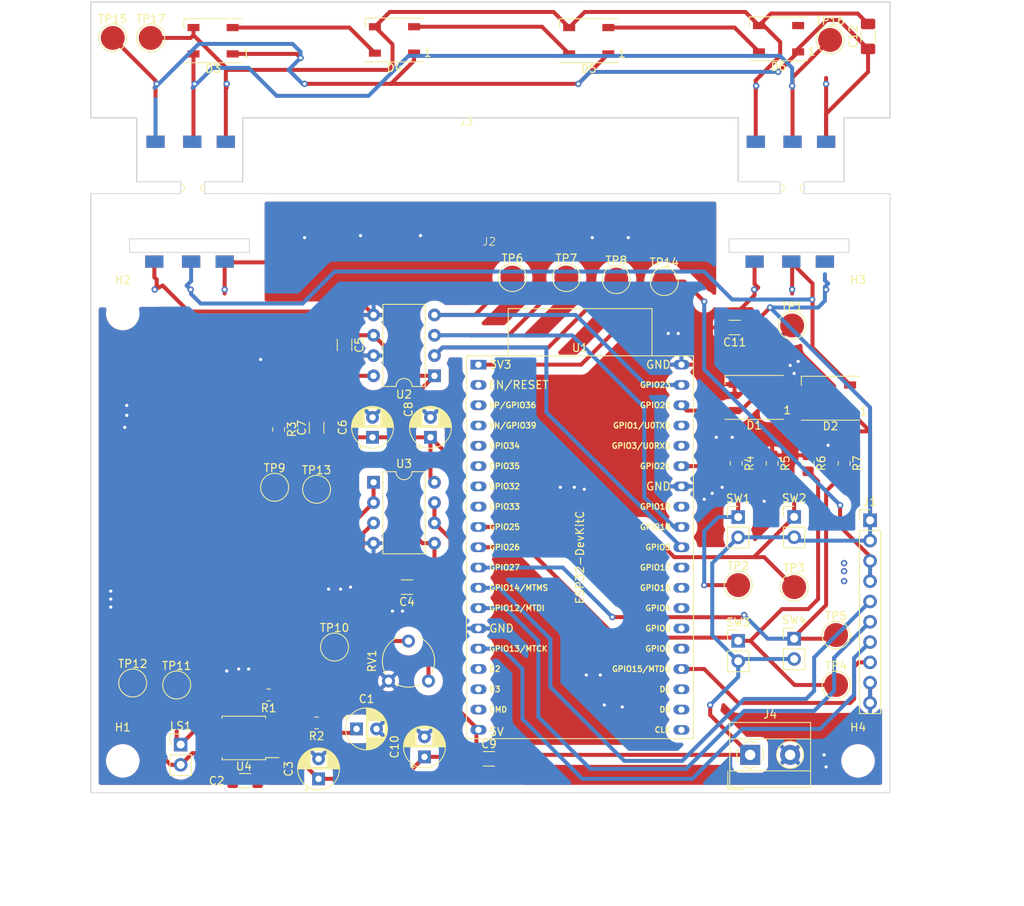
<source format=kicad_pcb>
(kicad_pcb (version 20221018) (generator pcbnew)
  (layers (0 "F.Cu" signal) (31 "B.Cu" signal) (34 "B.Paste" user) (35 "F.Paste" user) (36 "B.SilkS" user "B.Silkscreen") (37 "F.SilkS" user "F.Silkscreen") (38 "B.Mask" user) (39 "F.Mask" user) (44 "Edge.Cuts" user))
  (net 0 "")
  (net 1 "Net-(U4-+IN)")
  (net 2 "GND")
  (net 3 "+5V")
  (net 4 "Net-(U3B-+)")
  (net 5 "Net-(D3-VDD)")
  (net 6 "Net-(D3-VSS)")
  (net 7 "Net-(D1-DOUT)")
  (net 8 "/WS2812")
  (net 9 "Net-(D2-DOUT)")
  (net 10 "Net-(D3-DOUT)")
  (net 11 "Net-(D3-DIN)")
  (net 12 "Net-(D4-DOUT)")
  (net 13 "Net-(D5-DOUT)")
  (net 15 "+3V3")
  (net 16 "Net-(J1-Pin_5)")
  (net 17 "Net-(J1-Pin_6)")
  (net 18 "Net-(J1-Pin_7)")
  (net 19 "Net-(J1-Pin_8)")
  (net 20 "Net-(U4-V01)")
  (net 21 "Net-(U4-V02)")
  (net 22 "Net-(U4--IN)")
  (net 23 "Net-(U3A--)")
  (net 24 "Net-(U2-Vout)")
  (net 25 "Net-(U1-GPIO21)")
  (net 26 "Net-(U1-DAC_1{slash}ADC2_CH8{slash}GPIO25)")
  (net 27 "Net-(U1-DAC_2{slash}ADC2_CH9{slash}GPIO26)")
  (net 28 "Net-(U1-ADC2_CH7{slash}GPIO27)")
  (net 29 "Net-(U3B--)")
  (net 30 "Net-(U3A-+)")
  (net 31 "/SPI_MOSI")
  (net 32 "/SPI_CLK")
  (net 33 "/SPI_CS")
  (net 52 "/SPI_MISO")
  (footprint "Capacitor_THT:CP_Radial_D5.0mm_P2.50mm" (layer "F.Cu") (at 128.5 137.25 90)
    (fp_text reference "C3")
    (fp_text value "1uF")
  )
  (footprint "Capacitor_SMD:C_1206_3216Metric_Pad1.33x1.80mm_HandSolder" (layer "F.Cu") (at 128.25 93.3125 90)
    (fp_text reference "C7")
    (fp_text value "10nF")
  )
  (footprint "Resistor_SMD:R_0805_2012Metric_Pad1.20x1.40mm_HandSolder" (layer "F.Cu") (at 128.25 130.25 180)
    (fp_text reference "R2")
    (fp_text value "10k")
  )
  (footprint "Capacitor_THT:CP_Radial_D5.0mm_P2.50mm" (layer "F.Cu") (at 142.5 94.5 90)
    (fp_text reference "C8")
    (fp_text value "1uF")
  )
  (footprint "TestPoint:TestPoint_Pad_D3.0mm" (layer "F.Cu") (at 181 113)
    (fp_text reference "TP2")
    (fp_text value "SW1")
  )
  (footprint "Capacitor_SMD:C_1206_3216Metric_Pad1.33x1.80mm_HandSolder" (layer "F.Cu") (at 197.25 44.3125 90)
    (fp_text reference "C12")
    (fp_text value "10nF")
  )
  (footprint "LED_SMD:LED_WS2812B_PLCC4_5.0x5.0mm_P3.2mm" (layer "F.Cu") (at 138 44.75 180)
    (fp_text reference "D4")
    (fp_text value "WS2812B")
  )
  (footprint "TestPoint:TestPoint_Pad_D3.0mm" (layer "F.Cu") (at 165.75 74.75)
    (fp_text reference "TP8")
    (fp_text value "CS")
  )
  (footprint "Capacitor_SMD:C_1206_3216Metric_Pad1.33x1.80mm_HandSolder" (layer "F.Cu") (at 139.5625 113.25 180)
    (fp_text reference "C4")
    (fp_text value "10nF")
  )
  (footprint "TestPoint:TestPoint_Pad_D3.0mm" (layer "F.Cu") (at 192.5 44.75)
    (fp_text reference "TP16")
    (fp_text value "WS2812 Data")
  )
  (footprint "TestPoint:TestPoint_Pad_D3.0mm" (layer "F.Cu") (at 187.75 80.5)
    (fp_text reference "TP1")
    (fp_text value "WS812")
  )
  (footprint "Capacitor_THT:CP_Radial_D5.0mm_P2.50mm" (layer "F.Cu") (at 133.25 131)
    (fp_text reference "C1")
    (fp_text value "1uF")
  )
  (footprint "Connector_PinHeader_2.54mm:PinHeader_1x10_P2.54mm_Vertical" (layer "F.Cu") (at 197.5 104.89)
    (fp_text reference "J1")
    (fp_text value "SPI Header")
  )
  (footprint "TestPoint:TestPoint_Pad_D3.0mm" (layer "F.Cu") (at 123 100.75)
    (fp_text reference "TP9")
    (fp_text value "Filter")
  )
  (footprint "TestPoint:TestPoint_Pad_D3.0mm" (layer "F.Cu") (at 193.25 125.5)
    (fp_text reference "TP4")
    (fp_text value "SW3")
  )
  (footprint "Package_DIP:DIP-8_W7.62mm" (layer "F.Cu") (at 135.38 100.13)
    (fp_text reference "U3")
    (fp_text value "LM4562")
  )
  (footprint "Capacitor_SMD:C_1206_3216Metric_Pad1.33x1.80mm_HandSolder" (layer "F.Cu") (at 131.75 82.9375 -90)
    (fp_text reference "C5")
    (fp_text value "10nF")
  )
  (footprint "Connector_PinHeader_2.54mm:PinHeader_1x02_P2.54mm_Vertical" (layer "F.Cu") (at 188 104.46)
    (fp_text reference "SW2")
    (fp_text value "SW_Push")
  )
  (footprint "Resistor_SMD:R_0805_2012Metric_Pad1.20x1.40mm_HandSolder" (layer "F.Cu") (at 123.5 93.5 -90)
    (fp_text reference "R3")
    (fp_text value "820")
  )
  (footprint "Library:BasePCB" (layer "F.Cu") (at 149.85 70.5)
    (fp_text reference "J2")
    (fp_text value "Base_Conn")
    (fp_rect (start -45 0.85) (end -30 -0.85) (stroke (width 0.1)) (fill none) (layer "Edge.Cuts"))
    (fp_rect (start 30 0.85) (end 45 -0.85) (stroke (width 0.1)) (fill none) (layer "Edge.Cuts"))
  )
  (footprint "Library:mouse-bite-1mm-slot" (layer "F.Cu") (at 187.75 63.25)
    (fp_text reference "mouse-bite-1mm-slot" hide)
    (fp_text value "VAL**" hide)
  )
  (footprint "MountingHole:MountingHole_3.2mm_M3" (layer "F.Cu") (at 196 79)
    (fp_text reference "H3")
    (fp_text value "MountingHole")
  )
  (footprint "LED_SMD:LED_WS2812B_PLCC4_5.0x5.0mm_P3.2mm" (layer "F.Cu") (at 183 89.5 180)
    (fp_text reference "D1")
    (fp_text value "WS2812B")
  )
  (footprint "Resistor_SMD:R_0805_2012Metric_Pad1.20x1.40mm_HandSolder" (layer "F.Cu") (at 189.75 97.75 -90)
    (fp_text reference "R6")
    (fp_text value "10k")
  )
  (footprint "Resistor_SMD:R_0805_2012Metric_Pad1.20x1.40mm_HandSolder" (layer "F.Cu") (at 180.75 97.75 -90)
    (fp_text reference "R4")
    (fp_text value "10k")
  )
  (footprint "LED_SMD:LED_WS2812B_PLCC4_5.0x5.0mm_P3.2mm" (layer "F.Cu") (at 186.05 44.6 180)
    (fp_text reference "D6")
    (fp_text value "WS2812B")
  )
  (footprint "TestPoint:TestPoint_Pad_D3.0mm" (layer "F.Cu") (at 128.25 101)
    (fp_text reference "TP13")
    (fp_text value "5V")
  )
  (footprint "LED_SMD:LED_WS2812B_PLCC4_5.0x5.0mm_P3.2mm" (layer "F.Cu") (at 162.3 44.85 180)
    (fp_text reference "D5")
    (fp_text value "WS2812B")
  )
  (footprint "Connector_PinHeader_2.54mm:PinHeader_1x02_P2.54mm_Vertical" (layer "F.Cu") (at 111.25 132.96)
    (fp_text reference "LS1")
    (fp_text value "Speaker")
  )
  (footprint "Connector_PinHeader_2.54mm:PinHeader_1x02_P2.54mm_Vertical" (layer "F.Cu") (at 181 119.975)
    (fp_text reference "SW3")
    (fp_text value "SW_Push")
  )
  (footprint "LED_SMD:LED_WS2812B_PLCC4_5.0x5.0mm_P3.2mm" (layer "F.Cu") (at 115.3 44.85 180)
    (fp_text reference "D3")
    (fp_text value "WS2812B")
  )
  (footprint "MountingHole:MountingHole_3.2mm_M3" (layer "F.Cu") (at 104 135)
    (fp_text reference "H1")
    (fp_text value "MountingHole")
  )
  (footprint "TestPoint:TestPoint_Pad_D3.0mm" (layer "F.Cu") (at 110.75 125.5)
    (fp_text reference "TP11")
    (fp_text value "VO1")
  )
  (footprint "Capacitor_SMD:C_1206_3216Metric_Pad1.33x1.80mm_HandSolder" (layer "F.Cu") (at 119.3125 137.5)
    (fp_text reference "C2")
    (fp_text value "10nF")
  )
  (footprint "TestPoint:TestPoint_Pad_D3.0mm" (layer "F.Cu") (at 130.5 120.75)
    (fp_text reference "TP10")
    (fp_text value "Volume")
  )
  (footprint "TestPoint:TestPoint_Pad_D3.0mm" (layer "F.Cu") (at 159.5 74.5)
    (fp_text reference "TP7")
    (fp_text value "CLK")
  )
  (footprint "TestPoint:TestPoint_Pad_D3.0mm" (layer "F.Cu") (at 171.75 75)
    (fp_text reference "TP14")
    (fp_text value "3V3")
  )
  (footprint "MountingHole:MountingHole_3.2mm_M3" (layer "F.Cu") (at 104 79)
    (fp_text reference "H2")
    (fp_text value "MountingHole")
  )
  (footprint "TestPoint:TestPoint_Pad_D3.0mm" (layer "F.Cu") (at 152.75 74.5)
    (fp_text reference "TP6")
    (fp_text value "MOSI")
  )
  (footprint "Potentiometer_THT:Potentiometer_Piher_PT-6-V_Vertical" (layer "F.Cu") (at 142.25 125 90)
    (fp_text reference "RV1")
    (fp_text value "10k")
  )
  (footprint "TestPoint:TestPoint_Pad_D3.0mm" (layer "F.Cu") (at 102.75 44.5)
    (fp_text reference "TP15")
    (fp_text value "5V")
  )
  (footprint "TestPoint:TestPoint_Pad_D3.0mm" (layer "F.Cu") (at 188 113.25)
    (fp_text reference "TP3")
    (fp_text value "SW2")
  )
  (footprint "Connector_PinHeader_2.54mm:PinHeader_1x02_P2.54mm_Vertical" (layer "F.Cu") (at 188 119.71)
    (fp_text reference "SW4")
    (fp_text value "SW_Push")
  )
  (footprint "MountingHole:MountingHole_3.2mm_M3" (layer "F.Cu") (at 196 135)
    (fp_text reference "H4")
    (fp_text value "MountingHole")
  )
  (footprint "PCM_Espressif:ESP32-DevKitC" (layer "F.Cu") (at 148.5 85.4)
    (fp_text reference "U1")
    (fp_text value "ESP32-DevKitC")
  )
  (footprint "Package_SO:SOIC-8_5.23x5.23mm_P1.27mm" (layer "F.Cu") (at 119.15 132.135 180)
    (fp_text reference "U4")
    (fp_text value "LM4871")
  )
  (footprint "Library:LedPCB" (layer "F.Cu") (at 147 55.45)
    (fp_text reference "J3")
    (fp_text value "LED_Conn")
  )
  (footprint "Library:mouse-bite-1mm-slot" (layer "F.Cu") (at 112.75 63.25)
    (fp_text reference "mouse-bite-1mm-slot" hide)
    (fp_text value "VAL**" hide)
  )
  (footprint "TestPoint:TestPoint_Pad_D3.0mm" (layer "F.Cu") (at 105.25 125.25)
    (fp_text reference "TP12")
    (fp_text value "VO2")
  )
  (footprint "Resistor_SMD:R_0805_2012Metric_Pad1.20x1.40mm_HandSolder" (layer "F.Cu") (at 122.25 126.75 180)
    (fp_text reference "R1")
    (fp_text value "10k")
  )
  (footprint "Connector_PinHeader_2.54mm:PinHeader_1x02_P2.54mm_Vertical" (layer "F.Cu") (at 181 104.475)
    (fp_text reference "SW1")
    (fp_text value "SW_Push")
  )
  (footprint "Package_DIP:DIP-8_W7.62mm" (layer "F.Cu") (at 143 86.8 180)
    (fp_text reference "U2")
    (fp_text value "MCP4801")
  )
  (footprint "Capacitor_SMD:C_1206_3216Metric_Pad1.33x1.80mm_HandSolder" (layer "F.Cu") (at 149.8125 134.75)
    (fp_text reference "C9")
    (fp_text value "10nF")
  )
  (footprint "Resistor_SMD:R_0805_2012Metric_Pad1.20x1.40mm_HandSolder" (layer "F.Cu") (at 185.25 97.75 -90)
    (fp_text reference "R5")
    (fp_text value "10k")
  )
  (footprint "Capacitor_THT:CP_Radial_D5.0mm_P2.50mm" (layer "F.Cu") (at 135.25 94.5 90)
    (fp_text reference "C6")
    (fp_text value "1uF")
  )
  (footprint "TestPoint:TestPoint_Pad_D3.0mm" (layer "F.Cu") (at 193.25 119.25)
    (fp_text reference "TP5")
    (fp_text value "SW4")
  )
  (footprint "TestPoint:TestPoint_Pad_D3.0mm" (layer "F.Cu") (at 107.5 44.5)
    (fp_text reference "TP17")
    (fp_text value "GND")
  )
  (footprint "Resistor_SMD:R_0805_2012Metric_Pad1.20x1.40mm_HandSolder" (layer "F.Cu") (at 194.25 97.75 -90)
    (fp_text reference "R7")
    (fp_text value "10k")
  )
  (footprint "LED_SMD:LED_WS2812B_PLCC4_5.0x5.0mm_P3.2mm" (layer "F.Cu") (at 192.55 89.6 180)
    (fp_text reference "D2")
    (fp_text value "WS2812B")
  )
  (footprint "Capacitor_THT:CP_Radial_D5.0mm_P2.50mm" (layer "F.Cu") (at 141.75 134.5 90)
    (fp_text reference "C10")
    (fp_text value "1uF")
  )
  (footprint "Capacitor_SMD:C_1206_3216Metric_Pad1.33x1.80mm_HandSolder" (layer "F.Cu") (at 180.5625 80.75 180)
    (fp_text reference "C11")
    (fp_text value "10nF")
  )
  (footprint "TerminalBlock_MetzConnect:TerminalBlock_MetzConnect_Type055_RT01502HDWU_1x02_P5.00mm_Horizontal" (layer "F.Cu") (at 182.5 134.25)
    (fp_text reference "J4")
    (fp_text value "Power")
  )
  (gr_line (start 100 64) (end 105.5 64) (stroke (width 0.1)) (layer "Edge.Cuts"))
  (gr_line (start 194.25 62.5) (end 189.25 62.5) (stroke (width 0.1)) (layer "Edge.Cuts"))
  (gr_line (start 100 64) (end 100 139) (stroke (width 0.15)) (layer "Edge.Cuts"))
  (gr_line (start 114.25 62.5) (end 119 62.5) (stroke (width 0.1)) (layer "Edge.Cuts"))
  (gr_line (start 200 40) (end 100 40) (stroke (width 0.15)) (layer "Edge.Cuts"))
  (gr_line (start 105.5 64) (end 111.25 64) (stroke (width 0.1)) (layer "Edge.Cuts"))
  (gr_line (start 119 54.5) (end 181 54.5) (stroke (width 0.15)) (layer "Edge.Cuts"))
  (gr_line (start 189.25 62.5) (end 189.25 64) (stroke (width 0.1)) (layer "Edge.Cuts"))
  (gr_line (start 200 139) (end 100 139) (stroke (width 0.1)) (layer "Edge.Cuts"))
  (gr_line (start 119 62.5) (end 119 54.5) (stroke (width 0.15)) (layer "Edge.Cuts"))
  (gr_line (start 111.25 62.5) (end 105.75 62.5) (stroke (width 0.1)) (layer "Edge.Cuts"))
  (gr_line (start 114.25 62.5) (end 114.25 64) (stroke (width 0.1)) (layer "Edge.Cuts"))
  (gr_line (start 100 54.5) (end 100 40) (stroke (width 0.15)) (layer "Edge.Cuts"))
  (gr_line (start 114.25 64) (end 186.25 64) (stroke (width 0.1)) (layer "Edge.Cuts"))
  (gr_line (start 105.75 62.5) (end 105.75 54.5) (stroke (width 0.15)) (layer "Edge.Cuts"))
  (gr_line (start 181 62.5) (end 181 54.5) (stroke (width 0.15)) (layer "Edge.Cuts"))
  (gr_line (start 105.75 54.5) (end 100 54.5) (stroke (width 0.15)) (layer "Edge.Cuts"))
  (gr_line (start 186.25 62.5) (end 186.25 64) (stroke (width 0.1)) (layer "Edge.Cuts"))
  (gr_line (start 200 54.5) (end 200 40) (stroke (width 0.15)) (layer "Edge.Cuts"))
  (gr_line (start 111.25 62.5) (end 111.25 64) (stroke (width 0.1)) (layer "Edge.Cuts"))
  (gr_line (start 194.25 62.5) (end 194.25 54.5) (stroke (width 0.15)) (layer "Edge.Cuts"))
  (gr_line (start 194.25 54.5) (end 200 54.5) (stroke (width 0.15)) (layer "Edge.Cuts"))
  (gr_line (start 189.25 64) (end 200 64) (stroke (width 0.1)) (layer "Edge.Cuts"))
  (gr_line (start 186.25 62.5) (end 181 62.5) (stroke (width 0.1)) (layer "Edge.Cuts"))
  (gr_line (start 200 64) (end 200 139) (stroke (width 0.1)) (layer "Edge.Cuts"))
  (via (at 194.25 112.5) (size 0.8) (drill 0.4) (layers "F.Cu" "B.Cu") (net 0))
  (via (at 194.25 110.25) (size 0.8) (drill 0.4) (layers "F.Cu" "B.Cu") (net 0))
  (via (at 194.25 111.25) (size 0.8) (drill 0.4) (layers "F.Cu" "B.Cu") (net 0))
  (segment (start 122.75 131.5) (end 122.75 132.77) (width 0.5) (layer "F.Cu") (net 1))
  (segment (start 132.75 131.5) (end 133.25 131) (width 0.5) (layer "F.Cu") (net 1))
  (segment (start 122.75 131.5) (end 132.75 131.5) (width 0.5) (layer "F.Cu") (net 1))
  (segment (start 197.5 125.21) (end 197.5 127.75) (width 0.5) (layer "F.Cu") (net 2))
  (segment (start 183 76.25) (end 183 76) (width 0.5) (layer "F.Cu") (net 2))
  (segment (start 128.8 72.6) (end 135.38 79.18) (width 0.5) (layer "F.Cu") (net 2))
  (segment (start 183.05 75.3) (end 183.05 72.6) (width 0.5) (layer "F.Cu") (net 2))
  (segment (start 183.25 76) (end 183.5 75.75) (width 0.5) (layer "F.Cu") (net 2))
  (segment (start 183.05 76.7) (end 183.05 76.2) (width 0.5) (layer "F.Cu") (net 2))
  (segment (start 183 76) (end 183.25 76) (width 0.5) (layer "F.Cu") (net 2))
  (segment (start 116.75 72.6) (end 128.8 72.6) (width 0.5) (layer "F.Cu") (net 2))
  (segment (start 179 80.75) (end 183.05 76.7) (width 0.5) (layer "F.Cu") (net 2))
  (segment (start 116.75 76.5) (end 116.75 76) (width 0.5) (layer "F.Cu") (net 2))
  (segment (start 183.05 76.2) (end 183 76.25) (width 0.5) (layer "F.Cu") (net 2))
  (segment (start 116.75 76) (end 116.75 72.6) (width 0.5) (layer "F.Cu") (net 2))
  (segment (start 183.5 75.75) (end 183.05 75.3) (width 0.5) (layer "F.Cu") (net 2))
  (via (at 137.75 116.25) (size 0.8) (drill 0.4) (layers "F.Cu" "B.Cu") (net 2))
  (via (at 188 86.5) (size 0.8) (drill 0.4) (layers "F.Cu" "B.Cu") (net 2))
  (via (at 139 116.25) (size 0.8) (drill 0.4) (layers "F.Cu" "B.Cu") (net 2))
  (via (at 184.25 102.5) (size 0.8) (drill 0.4) (layers "F.Cu" "B.Cu") (net 2))
  (via (at 133.75 69.25) (size 0.8) (drill 0.4) (layers "F.Cu" "B.Cu") (net 2))
  (via (at 141.25 69.25) (size 0.8) (drill 0.4) (layers "F.Cu" "B.Cu") (net 2))
  (via (at 183 76) (size 0.8) (drill 0.4) (layers "F.Cu" "B.Cu") (net 2))
  (via (at 173.5 81.5) (size 0.8) (drill 0.4) (layers "F.Cu" "B.Cu") (net 2))
  (via (at 188.5 85) (size 0.8) (drill 0.4) (layers "F.Cu" "B.Cu") (net 2))
  (via (at 167.25 69.5) (size 0.8) (drill 0.4) (layers "F.Cu" "B.Cu") (net 2))
  (via (at 116.75 76) (size 0.8) (drill 0.4) (layers "F.Cu" "B.Cu") (net 2))
  (via (at 102.5 115.75) (size 0.8) (drill 0.4) (layers "F.Cu" "B.Cu") (net 2))
  (via (at 179 100.75) (size 0.8) (drill 0.4) (layers "F.Cu" "B.Cu") (net 2))
  (via (at 163.75 124.25) (size 0.8) (drill 0.4) (layers "F.Cu" "B.Cu") (net 2))
  (via (at 104.5 91.75) (size 0.8) (drill 0.4) (layers "F.Cu" "B.Cu") (net 2))
  (via (at 164.25 128) (size 0.8) (drill 0.4) (layers "F.Cu" "B.Cu") (net 2))
  (via (at 131.25 113.5) (size 0.8) (drill 0.4) (layers "F.Cu" "B.Cu") (net 2))
  (via (at 166.5 128.25) (size 0.8) (drill 0.4) (layers "F.Cu" "B.Cu") (net 2))
  (via (at 102.5 113.75) (size 0.8) (drill 0.4) (layers "F.Cu" "B.Cu") (net 2))
  (via (at 102.5 114.75) (size 0.8) (drill 0.4) (layers "F.Cu" "B.Cu") (net 2))
  (via (at 162.75 69.5) (size 0.8) (drill 0.4) (layers "F.Cu" "B.Cu") (net 2))
  (via (at 192 135.75) (size 0.8) (drill 0.4) (layers "F.Cu" "B.Cu") (net 2))
  (via (at 132.5 113.25) (size 0.8) (drill 0.4) (layers "F.Cu" "B.Cu") (net 2))
  (via (at 176.75 102.25) (size 0.8) (drill 0.4) (layers "F.Cu" "B.Cu") (net 2))
  (via (at 126.75 69.5) (size 0.8) (drill 0.4) (layers "F.Cu" "B.Cu") (net 2))
  (via (at 104.25 93.25) (size 0.8) (drill 0.4) (layers "F.Cu" "B.Cu") (net 2))
  (via (at 118.5 123.5) (size 0.8) (drill 0.4) (layers "F.Cu" "B.Cu") (net 2))
  (via (at 178.25 94.5) (size 0.8) (drill 0.4) (layers "F.Cu" "B.Cu") (net 2))
  (via (at 172.25 81.5) (size 0.8) (drill 0.4) (layers "F.Cu" "B.Cu") (net 2))
  (via (at 177.75 101.5) (size 0.8) (drill 0.4) (layers "F.Cu" "B.Cu") (net 2))
  (via (at 162 124.25) (size 0.8) (drill 0.4) (layers "F.Cu" "B.Cu") (net 2))
  (via (at 129.75 113.5) (size 0.8) (drill 0.4) (layers "F.Cu" "B.Cu") (net 2))
  (via (at 121.25 84.75) (size 0.8) (drill 0.4) (layers "F.Cu" "B.Cu") (net 2))
  (via (at 161.75 101) (size 0.8) (drill 0.4) (layers "F.Cu" "B.Cu") (net 2))
  (via (at 187.5 85.5) (size 0.8) (drill 0.4) (layers "F.Cu" "B.Cu") (net 2))
  (via (at 191.75 134.25) (size 0.8) (drill 0.4) (layers "F.Cu" "B.Cu") (net 2))
  (via (at 180.25 94.5) (size 0.8) (drill 0.4) (layers "F.Cu" "B.Cu") (net 2))
  (via (at 104.5 90.5) (size 0.8) (drill 0.4) (layers "F.Cu" "B.Cu") (net 2))
  (via (at 119.75 123.5) (size 0.8) (drill 0.4) (layers "F.Cu" "B.Cu") (net 2))
  (via (at 192.25 95.5) (size 0.8) (drill 0.4) (layers "F.Cu" "B.Cu") (net 2))
  (via (at 160.5 100.75) (size 0.8) (drill 0.4) (layers "F.Cu" "B.Cu") (net 2))
  (via (at 158.75 100.75) (size 0.8) (drill 0.4) (layers "F.Cu" "B.Cu") (net 2))
  (via (at 117 123.75) (size 0.8) (drill 0.4) (layers "F.Cu" "B.Cu") (net 2))
  (segment (start 146 128.62) (end 148.5 131.12) (width 0.5) (layer "F.Cu") (net 3))
  (segment (start 143 86.8) (end 140.46 86.8) (width 0.5) (layer "F.Cu") (net 3))
  (segment (start 108.25 74.75) (end 107.95 74.45) (width 0.5) (layer "F.Cu") (net 3))
  (segment (start 119 136.25) (end 117.75 137.5) (width 0.5) (layer "F.Cu") (net 3))
  (segment (start 150.75 137.25) (end 148.25 134.75) (width 0.5) (layer "F.Cu") (net 3))
  (segment (start 139.25 94.5) (end 139.25 90.55) (width 0.5) (layer "F.Cu") (net 3))
  (segment (start 188.05 93.75) (end 197.5 93.75) (width 0.5) (layer "F.Cu") (net 3))
  (segment (start 128.625 94.5) (end 135.25 94.5) (width 0.5) (layer "F.Cu") (net 3))
  (segment (start 142.5 99.63) (end 143 100.13) (width 0.5) (layer "F.Cu") (net 3))
  (segment (start 139.25 90.55) (end 143 86.8) (width 0.5) (layer "F.Cu") (net 3))
  (segment (start 148 134.5) (end 148.25 134.75) (width 0.5) (layer "F.Cu") (net 3))
  (segment (start 140.46 86.8) (end 135.38 81.72) (width 0.5) (layer "F.Cu") (net 3))
  (segment (start 148.25 131.37) (end 148.5 131.12) (width 0.5) (layer "F.Cu") (net 3))
  (segment (start 127 135.75) (end 128.5 137.25) (width 0.5) (layer "F.Cu") (net 3))
  (segment (start 182.5 134.25) (end 155.5 134.25) (width 0.5) (layer "F.Cu") (net 3))
  (segment (start 129.125 78.75) (end 112.25 78.75) (width 0.5) (layer "F.Cu") (net 3))
  (segment (start 115.55 131.5) (end 118 131.5) (width 0.5) (layer "F.Cu") (net 3))
  (segment (start 146 98) (end 146 128.62) (width 0.5) (layer "F.Cu") (net 3))
  (segment (start 139.25 94.5) (end 142.5 94.5) (width 0.5) (layer "F.Cu") (net 3))
  (segment (start 185.45 91.15) (end 188.05 93.75) (width 0.5) (layer "F.Cu") (net 3))
  (segment (start 132.095 81.72) (end 131.75 81.375) (width 0.5) (layer "F.Cu") (net 3))
  (segment (start 108 76) (end 108.25 75.5) (width 0.5) (layer "F.Cu") (net 3))
  (segment (start 197.5 104.89) (end 197.5 93.75) (width 0.5) (layer "F.Cu") (net 3))
  (segment (start 177.5 129.25) (end 177.5 128) (width 0.5) (layer "F.Cu") (net 3))
  (segment (start 185 78.25) (end 184.875 78.375) (width 0.5) (layer "F.Cu") (net 3))
  (segment (start 139 137.25) (end 141.75 134.5) (width 0.5) (layer "F.Cu") (net 3))
  (segment (start 107.95 74.45) (end 107.95 72.6) (width 0.5) (layer "F.Cu") (net 3))
  (segment (start 155.5 134.25) (end 152.5 137.25) (width 0.5) (layer "F.Cu") (net 3))
  (segment (start 182.5 80.75) (end 185 78.25) (width 0.5) (layer "F.Cu") (net 3))
  (segment (start 128.25 94.875) (end 128.625 94.5) (width 0.5) (layer "F.Cu") (net 3))
  (segment (start 152.5 137.25) (end 150.75 137.25) (width 0.5) (layer "F.Cu") (net 3))
  (segment (start 118 131.5) (end 119 132.5) (width 0.5) (layer "F.Cu") (net 3))
  (segment (start 119 135.75) (end 119 136.25) (width 0.5) (layer "F.Cu") (net 3))
  (segment (start 142.5 94.5) (end 146 98) (width 0.5) (layer "F.Cu") (net 3))
  (segment (start 148.25 134.75) (end 148.25 131.37) (width 0.5) (layer "F.Cu") (net 3))
  (segment (start 119 132.5) (end 119 135.75) (width 0.5) (layer "F.Cu") (net 3))
  (segment (start 119 135.75) (end 127 135.75) (width 0.5) (layer "F.Cu") (net 3))
  (segment (start 197.5 93.75) (end 195 91.25) (width 0.5) (layer "F.Cu") (net 3))
  (segment (start 128.5 137.25) (end 139 137.25) (width 0.5) (layer "F.Cu") (net 3))
  (segment (start 135.38 81.72) (end 132.095 81.72) (width 0.5) (layer "F.Cu") (net 3))
  (segment (start 142.5 94.5) (end 142.5 99.63) (width 0.5) (layer "F.Cu") (net 3))
  (segment (start 182.125 80.75) (end 182.5 80.75) (width 0.5) (layer "F.Cu") (net 3))
  (segment (start 182.5 134.25) (end 177.5 129.25) (width 0.5) (layer "F.Cu") (net 3))
  (segment (start 135.25 94.5) (end 139.25 94.5) (width 0.5) (layer "F.Cu") (net 3))
  (segment (start 112.25 78.75) (end 109 75.5) (width 0.5) (layer "F.Cu") (net 3))
  (segment (start 141.75 134.5) (end 148 134.5) (width 0.5) (layer "F.Cu") (net 3))
  (segment (start 109 75.5) (end 108 76) (width 0.5) (layer "F.Cu") (net 3))
  (segment (start 128.25 101) (end 128.25 94.875) (width 0.5) (layer "F.Cu") (net 3))
  (segment (start 131.75 81.375) (end 129.125 78.75) (width 0.5) (layer "F.Cu") (net 3))
  (segment (start 108.25 75.5) (end 108.25 74.75) (width 0.5) (layer "F.Cu") (net 3))
  (via (at 192 76) (size 0.8) (drill 0.4) (layers "F.Cu" "B.Cu") (net 3))
  (via (at 177.5 128) (size 0.8) (drill 0.4) (layers "F.Cu" "B.Cu") (net 3))
  (via (at 185 78.25) (size 0.8) (drill 0.4) (layers "F.Cu" "B.Cu") (net 3))
  (via (at 108 76) (size 0.8) (drill 0.4) (layers "F.Cu" "B.Cu") (net 3))
  (segment (start 187.985 107.015) (end 188 107) (width 0.5) (layer "B.Cu") (net 3))
  (segment (start 197.5 107.43) (end 197.5 104.89) (width 0.5) (layer "B.Cu") (net 3))
  (segment (start 181 107.015) (end 187.985 107.015) (width 0.5) (layer "B.Cu") (net 3))
  (segment (start 177.75 110.265) (end 181 107.015) (width 0.5) (layer "B.Cu") (net 3))
  (segment (start 191 78.25) (end 191.85 77.4) (width 0.5) (layer "B.Cu") (net 3))
  (segment (start 177.75 119.265) (end 177.75 110.265) (width 0.5) (layer "B.Cu") (net 3))
  (segment (start 191.85 74.85) (end 191.85 74.077819) (width 0.5) (layer "B.Cu") (net 3))
  (segment (start 185 78.25) (end 191 78.25) (width 0.5) (layer "B.Cu") (net 3))
  (segment (start 192 76) (end 191.85 75.85) (width 0.5) (layer "B.Cu") (net 3))
  (segment (start 181.265 122.25) (end 181 122.515) (width 0.5) (layer "B.Cu") (net 3))
  (segment (start 192.25 75.25) (end 191.85 74.85) (width 0.5) (layer "B.Cu") (net 3))
  (segment (start 197.5 107.43) (end 188.43 107.43) (width 0.5) (layer "B.Cu") (net 3))
  (segment (start 185 78.25) (end 197.5 90.75) (width 0.5) (layer "B.Cu") (net 3))
  (segment (start 177.5 128) (end 181 124.5) (width 0.5) (layer "B.Cu") (net 3))
  (segment (start 191.85 77.4) (end 191.85 76.15) (width 0.5) (layer "B.Cu") (net 3))
  (segment (start 181 124.5) (end 181 122.515) (width 0.5) (layer "B.Cu") (net 3))
  (segment (start 197.5 90.75) (end 197.5 104.89) (width 0.5) (layer "B.Cu") (net 3))
  (segment (start 191.85 76.15) (end 192 76) (width 0.5) (layer "B.Cu") (net 3))
  (segment (start 191.85 75.65) (end 192.25 75.25) (width 0.5) (layer "B.Cu") (net 3))
  (segment (start 188 122.25) (end 181.265 122.25) (width 0.5) (layer "B.Cu") (net 3))
  (segment (start 188.43 107.43) (end 188 107) (width 0.5) (layer "B.Cu") (net 3))
  (segment (start 191.85 75.85) (end 191.85 75.65) (width 0.5) (layer "B.Cu") (net 3))
  (segment (start 181 122.515) (end 177.75 119.265) (width 0.5) (layer "B.Cu") (net 3))
  (segment (start 141.125 113.25) (end 143 111.375) (width 0.5) (layer "F.Cu") (net 4))
  (segment (start 123 95) (end 123 100.75) (width 0.5) (layer "F.Cu") (net 4))
  (segment (start 139.75 99) (end 139.75 106) (width 0.5) (layer "F.Cu") (net 4))
  (segment (start 132.5 98.5) (end 133.75 97.25) (width 0.5) (layer "F.Cu") (net 4))
  (segment (start 126.75 104.5) (end 130.25 104.5) (width 0.5) (layer "F.Cu") (net 4))
  (segment (start 143 111.375) (end 143 107.75) (width 0.5) (layer "F.Cu") (net 4))
  (segment (start 141.5 107.75) (end 143 107.75) (width 0.5) (layer "F.Cu") (net 4))
  (segment (start 132.5 102.25) (end 132.5 98.5) (width 0.5) (layer "F.Cu") (net 4))
  (segment (start 139.75 106) (end 141.5 107.75) (width 0.5) (layer "F.Cu") (net 4))
  (segment (start 123.5 94.5) (end 123 95) (width 0.5) (layer "F.Cu") (net 4))
  (segment (start 133.75 97.25) (end 138 97.25) (width 0.5) (layer "F.Cu") (net 4))
  (segment (start 138 97.25) (end 139.75 99) (width 0.5) (layer "F.Cu") (net 4))
  (segment (start 130.25 104.5) (end 132.5 102.25) (width 0.5) (layer "F.Cu") (net 4))
  (segment (start 123 100.75) (end 126.75 104.5) (width 0.5) (layer "F.Cu") (net 4))
  (segment (start 192.100862 42.25) (end 188.5 45.850862) (width 0.5) (layer "F.Cu") (net 5))
  (segment (start 188.5 46.25) (end 186 48.75) (width 0.5) (layer "F.Cu") (net 5))
  (segment (start 126.25 47) (end 125.75 46.5) (width 0.5) (layer "F.Cu") (net 5))
  (segment (start 164.75 46.5) (end 161 50.25) (width 0.5) (layer "F.Cu") (net 5))
  (segment (start 108.1 57.5) (end 108.1 50.85) (width 0.5) (layer "F.Cu") (net 5))
  (segment (start 108.1 50.1) (end 108.1 49.85) (width 0.5) (layer "F.Cu") (net 5))
  (segment (start 125.75 46.5) (end 117.75 46.5) (width 0.5) (layer "F.Cu") (net 5))
  (segment (start 197.25 45.875) (end 197.25 48.75) (width 0.5) (layer "F.Cu") (net 5))
  (segment (start 197.25 45.875) (end 193.625 42.25) (width 0.5) (layer "F.Cu") (net 5))
  (segment (start 108.25 50.25) (end 108.1 50.1) (width 0.5) (layer "F.Cu") (net 5))
  (segment (start 108.1 50.85) (end 108 50.75) (width 0.5) (layer "F.Cu") (net 5))
  (segment (start 188.5 45.850862) (end 188.5 46.25) (width 0.5) (layer "F.Cu") (net 5))
  (segment (start 197.25 48.75) (end 192 54) (width 0.5) (layer "F.Cu") (net 5))
  (segment (start 137.55 50.25) (end 140.45 47.35) (width 0.5) (layer "F.Cu") (net 5))
  (segment (start 108 50.75) (end 108.1 50.65) (width 0.5) (layer "F.Cu") (net 5))
  (segment (start 126.75 50.25) (end 137.55 50.25) (width 0.5) (layer "F.Cu") (net 5))
  (segment (start 161 50.25) (end 137.55 50.25) (width 0.5) (layer "F.Cu") (net 5))
  (segment (start 140.45 47.35) (end 140.45 46.4) (width 0.5) (layer "F.Cu") (net 5))
  (segment (start 108.1 49.85) (end 102.75 44.5) (width 0.5) (layer "F.Cu") (net 5))
  (segment (start 108.1 50.65) (end 108.1 50.4) (width 0.5) (layer "F.Cu") (net 5))
  (segment (start 192 50.25) (end 192 57.5) (width 0.5) (layer "F.Cu") (net 5))
  (segment (start 192 54) (end 192 57.5) (width 0.5) (layer "F.Cu") (net 5))
  (segment (start 192 49.5) (end 192 50.25) (width 0.5) (layer "F.Cu") (net 5))
  (segment (start 108.1 50.4) (end 108.25 50.25) (width 0.5) (layer "F.Cu") (net 5))
  (segment (start 193.625 42.25) (end 192.100862 42.25) (width 0.5) (layer "F.Cu") (net 5))
  (via (at 126.25 47) (size 0.8) (drill 0.4) (layers "F.Cu" "B.Cu") (net 5))
  (via (at 126.75 50.25) (size 0.8) (drill 0.4) (layers "F.Cu" "B.Cu") (net 5))
  (via (at 108.25 50.25) (size 0.8) (drill 0.4) (layers "F.Cu" "B.Cu") (net 5))
  (via (at 161 50.25) (size 0.8) (drill 0.4) (layers "F.Cu" "B.Cu") (net 5))
  (via (at 186 48.75) (size 0.8) (drill 0.4) (layers "F.Cu" "B.Cu") (net 5))
  (via (at 192 50.25) (size 0.8) (drill 0.4) (layers "F.Cu" "B.Cu") (net 5))
  (segment (start 186 48.75) (end 162.5 48.75) (width 0.5) (layer "B.Cu") (net 5))
  (segment (start 113.5 45.25) (end 125.25 45.25) (width 0.5) (layer "B.Cu") (net 5))
  (segment (start 125.25 45.25) (end 126.25 46.25) (width 0.5) (layer "B.Cu") (net 5))
  (segment (start 162.5 48.75) (end 161 50.25) (width 0.5) (layer "B.Cu") (net 5))
  (segment (start 126.5 50.25) (end 126.75 50.25) (width 0.5) (layer "B.Cu") (net 5))
  (segment (start 124.75 48.5) (end 126.5 50.25) (width 0.5) (layer "B.Cu") (net 5))
  (segment (start 124.75 48.5) (end 126.25 47) (width 0.5) (layer "B.Cu") (net 5))
  (segment (start 108.1 57.5) (end 108.1 52.15) (width 0.5) (layer "B.Cu") (net 5))
  (segment (start 108 50.75) (end 113.5 45.25) (width 0.5) (layer "B.Cu") (net 5))
  (segment (start 126.25 46.25) (end 126.25 47) (width 0.5) (layer "B.Cu") (net 5))
  (segment (start 112.5 44.5) (end 112.85 44.15) (width 0.5) (layer "F.Cu") (net 6))
  (segment (start 137.4 41.25) (end 157.9 41.25) (width 0.5) (layer "F.Cu") (net 6))
  (segment (start 184.2 42.95) (end 183.6 42.95) (width 0.5) (layer "F.Cu") (net 6))
  (segment (start 183.2 50.55) (end 183.25 50.5) (width 0.5) (layer "F.Cu") (net 6))
  (segment (start 137.25 48.5) (end 116.9 48.5) (width 0.5) (layer "F.Cu") (net 6))
  (segment (start 135.55 43.1) (end 137.75 45.3) (width 0.5) (layer "F.Cu") (net 6))
  (segment (start 183.2 50.8) (end 183.25 50.75) (width 0.5) (layer "F.Cu") (net 6))
  (segment (start 183.2 57.5) (end 183.2 50.8) (width 0.5) (layer "F.Cu") (net 6))
  (segment (start 117 50.75) (end 116.9 50.65) (width 0.5) (layer "F.Cu") (net 6))
  (segment (start 186.25 45) (end 184.2 42.95) (width 0.5) (layer "F.Cu") (net 6))
  (segment (start 186.25 46.75) (end 186.25 45) (width 0.5) (layer "F.Cu") (net 6))
  (segment (start 195.95 41.45) (end 185.1 41.45) (width 0.5) (layer "F.Cu") (net 6))
  (segment (start 112.85 44.15) (end 112.85 43.2) (width 0.5) (layer "F.Cu") (net 6))
  (segment (start 116.9 48.2) (end 112.85 44.15) (width 0.5) (layer "F.Cu") (net 6))
  (segment (start 137.75 48) (end 137.25 48.5) (width 0.5) (layer "F.Cu") (net 6))
  (segment (start 157.9 41.25) (end 159.85 43.2) (width 0.5) (layer "F.Cu") (net 6))
  (segment (start 159.85 43.2) (end 161.8 41.25) (width 0.5) (layer "F.Cu") (net 6))
  (segment (start 117 50.25) (end 116.9 50.15) (width 0.5) (layer "F.Cu") (net 6))
  (segment (start 183.2 50.45) (end 183.2 49.8) (width 0.5) (layer "F.Cu") (net 6))
  (segment (start 183.25 50.5) (end 183.2 50.45) (width 0.5) (layer "F.Cu") (net 6))
  (segment (start 107.5 44.5) (end 112.5 44.5) (width 0.5) (layer "F.Cu") (net 6))
  (segment (start 137.75 45.3) (end 137.75 48) (width 0.5) (layer "F.Cu") (net 6))
  (segment (start 181.9 41.25) (end 183.6 42.95) (width 0.5) (layer "F.Cu") (net 6))
  (segment (start 135.55 43.1) (end 137.4 41.25) (width 0.5) (layer "F.Cu") (net 6))
  (segment (start 183.2 50.7) (end 183.2 50.55) (width 0.5) (layer "F.Cu") (net 6))
  (segment (start 116.9 50.65) (end 116.9 50.35) (width 0.5) (layer "F.Cu") (net 6))
  (segment (start 116.9 57.5) (end 116.9 50.85) (width 0.5) (layer "F.Cu") (net 6))
  (segment (start 116.9 50.85) (end 117 50.75) (width 0.5) (layer "F.Cu") (net 6))
  (segment (start 183.25 50.75) (end 183.2 50.7) (width 0.5) (layer "F.Cu") (net 6))
  (segment (start 116.9 50.15) (end 116.9 48.5) (width 0.5) (layer "F.Cu") (net 6))
  (segment (start 116.9 50.35) (end 117 50.25) (width 0.5) (layer "F.Cu") (net 6))
  (segment (start 183.2 49.8) (end 186.25 46.75) (width 0.5) (layer "F.Cu") (net 6))
  (segment (start 185.1 41.45) (end 183.6 42.95) (width 0.5) (layer "F.Cu") (net 6))
  (segment (start 197.25 42.75) (end 195.95 41.45) (width 0.5) (layer "F.Cu") (net 6))
  (segment (start 161.8 41.25) (end 181.9 41.25) (width 0.5) (layer "F.Cu") (net 6))
  (segment (start 116.9 48.5) (end 116.9 48.2) (width 0.5) (layer "F.Cu") (net 6))
  (via (at 183.25 50.5) (size 0.8) (drill 0.4) (layers "F.Cu" "B.Cu") (net 6))
  (via (at 117 50.25) (size 0.8) (drill 0.4) (layers "F.Cu" "B.Cu") (net 6))
  (segment (start 185.45 87.85) (end 186.7 87.85) (width 0.5) (layer "F.Cu") (net 7))
  (segment (start 186.7 87.85) (end 190.1 91.25) (width 0.5) (layer "F.Cu") (net 7))
  (segment (start 183 89.5) (end 181.35 91.15) (width 0.5) (layer "F.Cu") (net 8))
  (segment (start 187.75 80.5) (end 183 85.25) (width 0.5) (layer "F.Cu") (net 8))
  (segment (start 181.35 91.15) (end 180.55 91.15) (width 0.5) (layer "F.Cu") (net 8))
  (segment (start 174.57 91.15) (end 173.9 90.48) (width 0.5) (layer "F.Cu") (net 8))
  (segment (start 180.55 91.15) (end 174.57 91.15) (width 0.5) (layer "F.Cu") (net 8))
  (segment (start 183 85.25) (end 183 89.5) (width 0.5) (layer "F.Cu") (net 8))
  (segment (start 187.75 76.5) (end 187.75 76) (width 0.5) (layer "F.Cu") (net 9))
  (segment (start 190.299999 83.249999) (end 190.299999 77.299999) (width 0.5) (layer "F.Cu") (net 9))
  (segment (start 190.299999 77.200001) (end 190.25 77.25) (width 0.5) (layer "F.Cu") (net 9))
  (segment (start 190.299999 77.299999) (end 190.25 77.25) (width 0.5) (layer "F.Cu") (net 9))
  (segment (start 187.75 76) (end 187.75 72.6) (width 0.5) (layer "F.Cu") (net 9))
  (segment (start 190.299999 75.249999) (end 190.299999 77.200001) (width 0.5) (layer "F.Cu") (net 9))
  (segment (start 187.75 72.6) (end 187.65 72.6) (width 0.5) (layer "F.Cu") (net 9))
  (segment (start 187.65 72.6) (end 190.299999 75.249999) (width 0.5) (layer "F.Cu") (net 9))
  (segment (start 195 87.95) (end 190.299999 83.249999) (width 0.5) (layer "F.Cu") (net 9))
  (via (at 190.25 77.25) (size 0.8) (drill 0.4) (layers "F.Cu" "B.Cu") (net 9))
  (via (at 187.75 76) (size 0.8) (drill 0.4) (layers "F.Cu" "B.Cu") (net 9))
  (via (at 112.5 76) (size 0.8) (drill 0.4) (layers "F.Cu" "B.Cu") (net 9))
  (segment (start 112.5 76) (end 112 75.5) (width 0.5) (layer "B.Cu") (net 9))
  (segment (start 112.55 76.55) (end 112.55 76.05) (width 0.5) (layer "B.Cu") (net 9))
  (segment (start 176.75 73.75) (end 130.5 73.75) (width 0.5) (layer "B.Cu") (net 9))
  (segment (start 112.55 74.95) (end 112.55 72.6) (width 0.5) (layer "B.Cu") (net 9))
  (segment (start 113.75 77.75) (end 112.55 76.55) (width 0.5) (layer "B.Cu") (net 9))
  (segment (start 126.5 77.75) (end 113.75 77.75) (width 0.5) (layer "B.Cu") (net 9))
  (segment (start 130.5 73.75) (end 126.5 77.75) (width 0.5) (layer "B.Cu") (net 9))
  (segment (start 180.25 77.25) (end 176.75 73.75) (width 0.5) (layer "B.Cu") (net 9))
  (segment (start 112.55 76.05) (end 112.5 76) (width 0.5) (layer "B.Cu") (net 9))
  (segment (start 190.25 77.25) (end 180.25 77.25) (width 0.5) (layer "B.Cu") (net 9))
  (segment (start 112 75.5) (end 112.55 74.95) (width 0.5) (layer "B.Cu") (net 9))
  (segment (start 132.35 43.2) (end 135.55 46.4) (width 0.5) (layer "F.Cu") (net 10))
  (segment (start 117.75 43.2) (end 132.35 43.2) (width 0.5) (layer "F.Cu") (net 10))
  (segment (start 187.75 50.75) (end 187.8 50.8) (width 0.5) (layer "F.Cu") (net 11))
  (segment (start 112.85 57.35) (end 112.85 50.85) (width 0.5) (layer "F.Cu") (net 11))
  (segment (start 112.85 50.85) (end 112.75 50.75) (width 0.5) (layer "F.Cu") (net 11))
  (segment (start 187.8 50.7) (end 187.75 50.75) (width 0.5) (layer "F.Cu") (net 11))
  (segment (start 112.85 50.65) (end 112.85 50.4) (width 0.5) (layer "F.Cu") (net 11))
  (segment (start 187.8 49.45) (end 187.8 50.7) (width 0.5) (layer "F.Cu") (net 11))
  (segment (start 113 50.25) (end 112.85 50.1) (width 0.5) (layer "F.Cu") (net 11))
  (segment (start 112.75 50.75) (end 112.85 50.65) (width 0.5) (layer "F.Cu") (net 11))
  (segment (start 187.8 50.8) (end 187.8 57.5) (width 0.5) (layer "F.Cu") (net 11))
  (segment (start 112.85 50.1) (end 112.85 46.5) (width 0.5) (layer "F.Cu") (net 11))
  (segment (start 112.85 50.4) (end 113 50.25) (width 0.5) (layer "F.Cu") (net 11))
  (segment (start 112.7 57.5) (end 112.85 57.35) (width 0.5) (layer "F.Cu") (net 11))
  (segment (start 192.5 44.75) (end 187.8 49.45) (width 0.5) (layer "F.Cu") (net 11))
  (via (at 187.75 50.5) (size 0.8) (drill 0.4) (layers "F.Cu" "B.Cu") (net 11))
  (via (at 113 50.25) (size 0.8) (drill 0.4) (layers "F.Cu" "B.Cu") (net 11))
  (segment (start 119.75 48.25) (end 115.25 48.25) (width 0.5) (layer "B.Cu") (net 11))
  (segment (start 123.25 51.75) (end 119.75 48.25) (width 0.5) (layer "B.Cu") (net 11))
  (segment (start 115.25 48.25) (end 112.75 50.75) (width 0.5) (layer "B.Cu") (net 11))
  (segment (start 186.25 46.75) (end 139.75 46.75) (width 0.5) (layer "B.Cu") (net 11))
  (segment (start 187.75 50.75) (end 187.75 50.5) (width 0.5) (layer "B.Cu") (net 11))
  (segment (start 187.75 50.5) (end 187.75 48.25) (width 0.5) (layer "B.Cu") (net 11))
  (segment (start 139.75 46.75) (end 134.75 51.75) (width 0.5) (layer "B.Cu") (net 11))
  (segment (start 187.75 48.25) (end 186.25 46.75) (width 0.5) (layer "B.Cu") (net 11))
  (segment (start 134.75 51.75) (end 123.25 51.75) (width 0.5) (layer "B.Cu") (net 11))
  (segment (start 156.45 43.1) (end 159.85 46.5) (width 0.5) (layer "F.Cu") (net 12))
  (segment (start 140.45 43.1) (end 156.45 43.1) (width 0.5) (layer "F.Cu") (net 12))
  (segment (start 180.55 43.2) (end 183.6 46.25) (width 0.5) (layer "F.Cu") (net 13))
  (segment (start 164.75 43.2) (end 180.55 43.2) (width 0.5) (layer "F.Cu") (net 13))
  (segment (start 193.75 105.659899) (end 193.75 103) (width 0.5) (layer "F.Cu") (net 15))
  (segment (start 161.35 85.4) (end 171.75 75) (width 0.5) (layer "F.Cu") (net 15))
  (segment (start 176.75 77.5) (end 174.25 75) (width 0.5) (layer "F.Cu") (net 15))
  (segment (start 197.5 109.97) (end 198.060101 109.97) (width 0.5) (layer "F.Cu") (net 15))
  (segment (start 148.5 85.4) (end 161.35 85.4) (width 0.5) (layer "F.Cu") (net 15))
  (segment (start 198.060101 109.97) (end 193.75 105.659899) (width 0.5) (layer "F.Cu") (net 15))
  (segment (start 174.25 75) (end 171.75 75) (width 0.5) (layer "F.Cu") (net 15))
  (via (at 193.75 103) (size 0.8) (drill 0.4) (layers "F.Cu" "B.Cu") (net 15))
  (via (at 176.75 77.5) (size 0.8) (drill 0.4) (layers "F.Cu" "B.Cu") (net 15))
  (segment (start 193.75 103) (end 176.75 86) (width 0.5) (layer "B.Cu") (net 15))
  (segment (start 176.75 86) (end 176.75 77.5) (width 0.5) (layer "B.Cu") (net 15))
  (segment (start 197.5 112.51) (end 197.5 109.97) (width 0.5) (layer "B.Cu") (net 15))
  (segment (start 166.75 135) (end 157.5 125.75) (width 0.5) (layer "B.Cu") (net 16))
  (segment (start 157.5 119.75) (end 151.09 113.34) (width 0.5) (layer "B.Cu") (net 16))
  (segment (start 190.5 126.25) (end 189.5 127.25) (width 0.5) (layer "B.Cu") (net 16))
  (segment (start 157.5 125.75) (end 157.5 119.75) (width 0.5) (layer "B.Cu") (net 16))
  (segment (start 190.5 122.05) (end 190.5 126.25) (width 0.5) (layer "B.Cu") (net 16))
  (segment (start 197.5 115.05) (end 190.5 122.05) (width 0.5) (layer "B.Cu") (net 16))
  (segment (start 151.09 113.34) (end 148.5 113.34) (width 0.5) (layer "B.Cu") (net 16))
  (segment (start 189.5 127.25) (end 181.75 127.25) (width 0.5) (layer "B.Cu") (net 16))
  (segment (start 181.75 127.25) (end 174 135) (width 0.5) (layer "B.Cu") (net 16))
  (segment (start 174 135) (end 166.75 135) (width 0.5) (layer "B.Cu") (net 16))
  (segment (start 151.88 115.88) (end 148.5 115.88) (width 0.5) (layer "B.Cu") (net 17))
  (segment (start 162.5 136) (end 156 129.5) (width 0.5) (layer "B.Cu") (net 17))
  (segment (start 174.5 136) (end 162.5 136) (width 0.5) (layer "B.Cu") (net 17))
  (segment (start 156 120) (end 151.88 115.88) (width 0.5) (layer "B.Cu") (net 17))
  (segment (start 156 129.5) (end 156 120) (width 0.5) (layer "B.Cu") (net 17))
  (segment (start 190.5 128.75) (end 181.75 128.75) (width 0.5) (layer "B.Cu") (net 17))
  (segment (start 197.5 117.59) (end 193 122.09) (width 0.5) (layer "B.Cu") (net 17))
  (segment (start 181.75 128.75) (end 174.5 136) (width 0.5) (layer "B.Cu") (net 17))
  (segment (start 193 122.09) (end 193 126.25) (width 0.5) (layer "B.Cu") (net 17))
  (segment (start 193 126.25) (end 190.5 128.75) (width 0.5) (layer "B.Cu") (net 17))
  (segment (start 154 123.5) (end 151.46 120.96) (width 0.5) (layer "B.Cu") (net 18))
  (segment (start 197.5 120.13) (end 195.5 122.13) (width 0.5) (layer "B.Cu") (net 18))
  (segment (start 151.46 120.96) (end 148.5 120.96) (width 0.5) (layer "B.Cu") (net 18))
  (segment (start 175.25 137.25) (end 161.5 137.25) (width 0.5) (layer "B.Cu") (net 18))
  (segment (start 154 129.75) (end 154 123.5) (width 0.5) (layer "B.Cu") (net 18))
  (segment (start 161.5 137.25) (end 154 129.75) (width 0.5) (layer "B.Cu") (net 18))
  (segment (start 191.25 131) (end 181.5 131) (width 0.5) (layer "B.Cu") (net 18))
  (segment (start 181.5 131) (end 175.25 137.25) (width 0.5) (layer "B.Cu") (net 18))
  (segment (start 195.5 122.13) (end 195.5 126.75) (width 0.5) (layer "B.Cu") (net 18))
  (segment (start 195.5 126.75) (end 191.25 131) (width 0.5) (layer "B.Cu") (net 18))
  (segment (start 176.75 123.5) (end 173.9 123.5) (width 0.5) (layer "F.Cu") (net 19))
  (segment (start 195.5 123.25) (end 195.5 127.25) (width 0.5) (layer "F.Cu") (net 19))
  (segment (start 181 127.75) (end 176.75 123.5) (width 0.5) (layer "F.Cu") (net 19))
  (segment (start 195 127.75) (end 181 127.75) (width 0.5) (layer "F.Cu") (net 19))
  (segment (start 195.5 127.25) (end 195 127.75) (width 0.5) (layer "F.Cu") (net 19))
  (segment (start 197.5 122.67) (end 196.08 122.67) (width 0.5) (layer "F.Cu") (net 19))
  (segment (start 196.08 122.67) (end 195.5 123.25) (width 0.5) (layer "F.Cu") (net 19))
  (segment (start 121.25 126.75) (end 119.03 126.75) (width 0.5) (layer "F.Cu") (net 20))
  (segment (start 110.75 132.46) (end 111.25 132.96) (width 0.5) (layer "F.Cu") (net 20))
  (segment (start 113.98 130.23) (end 111.25 132.96) (width 0.5) (layer "F.Cu") (net 20))
  (segment (start 110.75 125.5) (end 110.75 132.46) (width 0.5) (layer "F.Cu") (net 20))
  (segment (start 119.03 126.75) (end 115.55 130.23) (width 0.5) (layer "F.Cu") (net 20))
  (segment (start 115.55 130.23) (end 113.98 130.23) (width 0.5) (layer "F.Cu") (net 20))
  (segment (start 108.5 128.5) (end 108.5 134) (width 0.5) (layer "F.Cu") (net 21))
  (segment (start 115.55 134.04) (end 112.71 134.04) (width 0.5) (layer "F.Cu") (net 21))
  (segment (start 105.25 125.25) (end 108.5 128.5) (width 0.5) (layer "F.Cu") (net 21))
  (segment (start 108.5 134) (end 110 135.5) (width 0.5) (layer "F.Cu") (net 21))
  (segment (start 110 135.5) (end 111.25 135.5) (width 0.5) (layer "F.Cu") (net 21))
  (segment (start 112.71 134.04) (end 111.25 135.5) (width 0.5) (layer "F.Cu") (net 21))
  (segment (start 127.23 130.23) (end 127.25 130.25) (width 0.5) (layer "F.Cu") (net 22))
  (segment (start 123.25 129.73) (end 122.75 130.23) (width 0.5) (layer "F.Cu") (net 22))
  (segment (start 123.25 126.75) (end 123.25 129.73) (width 0.5) (layer "F.Cu") (net 22))
  (segment (start 122.75 130.23) (end 127.23 130.23) (width 0.5) (layer "F.Cu") (net 22))
  (segment (start 135.38 102.67) (end 135.38 100.13) (width 0.5) (layer "F.Cu") (net 23))
  (segment (start 127 125.75) (end 129.25 128) (width 0.5) (layer "F.Cu") (net 23))
  (segment (start 129.25 128) (end 129.25 130.25) (width 0.5) (layer "F.Cu") (net 23))
  (segment (start 127 111.05) (end 127 125.75) (width 0.5) (layer "F.Cu") (net 23))
  (segment (start 135.38 102.67) (end 127 111.05) (width 0.5) (layer "F.Cu") (net 23))
  (segment (start 135.38 86.8) (end 129.2 86.8) (width 0.5) (layer "F.Cu") (net 24))
  (segment (start 129.2 86.8) (end 123.5 92.5) (width 0.5) (layer "F.Cu") (net 24))
  (segment (start 181 104.475) (end 181 99) (width 0.5) (layer "F.Cu") (net 25))
  (segment (start 180.1 98.1) (end 173.9 98.1) (width 0.5) (layer "F.Cu") (net 25))
  (segment (start 180.75 98.75) (end 180.1 98.1) (width 0.5) (layer "F.Cu") (net 25))
  (segment (start 181 113) (end 176.75 113) (width 0.5) (layer "F.Cu") (net 25))
  (segment (start 181 99) (end 180.75 98.75) (width 0.5) (layer "F.Cu") (net 25))
  (via (at 176.75 113) (size 0.8) (drill 0.4) (layers "F.Cu" "B.Cu") (net 25))
  (segment (start 176.75 106.25) (end 178.525 104.475) (width 0.5) (layer "B.Cu") (net 25))
  (segment (start 176.75 113) (end 176.75 106.25) (width 0.5) (layer "B.Cu") (net 25))
  (segment (start 178.525 104.475) (end 181 104.475) (width 0.5) (layer "B.Cu") (net 25))
  (segment (start 173 109.5) (end 169.22 105.72) (width 0.5) (layer "F.Cu") (net 26))
  (segment (start 188 104.46) (end 188 101.5) (width 0.5) (layer "F.Cu") (net 26))
  (segment (start 169.22 105.72) (end 148.5 105.72) (width 0.5) (layer "F.Cu") (net 26))
  (segment (start 188 104.46) (end 182.96 109.5) (width 0.5) (layer "F.Cu") (net 26))
  (segment (start 182.96 109.5) (end 173 109.5) (width 0.5) (layer "F.Cu") (net 26))
  (segment (start 182.96 109.5) (end 184.25 109.5) (width 0.5) (layer "F.Cu") (net 26))
  (segment (start 188 101.5) (end 185.25 98.75) (width 0.5) (layer "F.Cu") (net 26))
  (segment (start 184.25 109.5) (end 188 113.25) (width 0.5) (layer "F.Cu") (net 26))
  (segment (start 186.5 116) (end 189.75 116) (width 0.5) (layer "F.Cu") (net 27))
  (segment (start 193.25 125.5) (end 188.05 125.5) (width 0.5) (layer "F.Cu") (net 27))
  (segment (start 180.595 119.57) (end 171.07 119.57) (width 0.5) (layer "F.Cu") (net 27))
  (segment (start 154.5 108.25) (end 154.49 108.26) (width 0.5) (layer "F.Cu") (net 27))
  (segment (start 181 119.975) (end 182.525 119.975) (width 0.5) (layer "F.Cu") (net 27))
  (segment (start 165.73 119.5) (end 154.49 108.26) (width 0.5) (layer "F.Cu") (net 27))
  (segment (start 154.49 108.26) (end 148.5 108.26) (width 0.5) (layer "F.Cu") (net 27))
  (segment (start 182.525 119.975) (end 186.5 116) (width 0.5) (layer "F.Cu") (net 27))
  (segment (start 181 119.975) (end 180.595 119.57) (width 0.5) (layer "F.Cu") (net 27))
  (segment (start 171.07 119.57) (end 171 119.5) (width 0.5) (layer "F.Cu") (net 27))
  (segment (start 160.74 114.49) (end 154.5 108.25) (width 0.5) (layer "F.Cu") (net 27))
  (segment (start 171 119.5) (end 165.73 119.5) (width 0.5) (layer "F.Cu") (net 27))
  (segment (start 191 114.75) (end 191 100) (width 0.5) (layer "F.Cu") (net 27))
  (segment (start 191 100) (end 189.75 98.75) (width 0.5) (layer "F.Cu") (net 27))
  (segment (start 188.05 125.5) (end 182.525 119.975) (width 0.5) (layer "F.Cu") (net 27))
  (segment (start 189.75 116) (end 191 114.75) (width 0.5) (layer "F.Cu") (net 27))
  (segment (start 192 101.25) (end 194.25 99) (width 0.5) (layer "F.Cu") (net 28))
  (segment (start 194.25 99) (end 194.25 98.75) (width 0.5) (layer "F.Cu") (net 28))
  (segment (start 188 119.5) (end 192 115.5) (width 0.5) (layer "F.Cu") (net 28))
  (segment (start 188 119.71) (end 192.79 119.71) (width 0.5) (layer "F.Cu") (net 28))
  (segment (start 181.75 116.75) (end 181.47 117.03) (width 0.5) (layer "F.Cu") (net 28))
  (segment (start 188 119.71) (end 188 119.5) (width 0.5) (layer "F.Cu") (net 28))
  (segment (start 181.47 117.03) (end 165.25 117) (width 0.5) (layer "F.Cu") (net 28))
  (segment (start 165.25 117) (end 165.28 117.03) (width 0.5) (layer "F.Cu") (net 28))
  (segment (start 192.79 119.71) (end 193.25 119.25) (width 0.5) (layer "F.Cu") (net 28))
  (segment (start 192 115.5) (end 192 101.25) (width 0.5) (layer "F.Cu") (net 28))
  (via (at 165.25 117) (size 0.8) (drill 0.4) (layers "F.Cu" "B.Cu") (net 28))
  (via (at 181.75 116.75) (size 0.8) (drill 0.4) (layers "F.Cu" "B.Cu") (net 28))
  (segment (start 165.25 117) (end 159.05 110.8) (width 0.5) (layer "B.Cu") (net 28))
  (segment (start 159.05 110.8) (end 148.5 110.8) (width 0.5) (layer "B.Cu") (net 28))
  (segment (start 184.71 119.71) (end 181.75 116.75) (width 0.5) (layer "B.Cu") (net 28))
  (segment (start 188 119.71) (end 184.71 119.71) (width 0.5) (layer "B.Cu") (net 28))
  (segment (start 181.75 116.75) (end 181.625 116.625) (width 0.5) (layer "B.Cu") (net 28))
  (segment (start 145 107.21) (end 145 113.25) (width 0.5) (layer "F.Cu") (net 29))
  (segment (start 142.25 116) (end 142.25 125) (width 0.5) (layer "F.Cu") (net 29))
  (segment (start 145 113.25) (end 142.25 116) (width 0.5) (layer "F.Cu") (net 29))
  (segment (start 143 105.21) (end 145 107.21) (width 0.5) (layer "F.Cu") (net 29))
  (segment (start 143 102.67) (end 143 105.21) (width 0.5) (layer "F.Cu") (net 29))
  (segment (start 131.25 120) (end 130.5 120.75) (width 0.5) (layer "F.Cu") (net 30))
  (segment (start 135.38 105.21) (end 134.03 106.56) (width 0.5) (layer "F.Cu") (net 30))
  (segment (start 134.03 119.78) (end 134.25 120) (width 0.5) (layer "F.Cu") (net 30))
  (segment (start 139.75 120) (end 134.25 120) (width 0.5) (layer "F.Cu") (net 30))
  (segment (start 134.25 120) (end 131.25 120) (width 0.5) (layer "F.Cu") (net 30))
  (segment (start 134.03 106.56) (end 134.03 119.78) (width 0.5) (layer "F.Cu") (net 30))
  (segment (start 143 79.18) (end 148.07 79.18) (width 0.5) (layer "F.Cu") (net 31))
  (segment (start 148.07 79.18) (end 152.75 74.5) (width 0.5) (layer "F.Cu") (net 31))
  (segment (start 160.68 79.18) (end 169.44 87.94) (width 0.5) (layer "B.Cu") (net 31))
  (segment (start 143 79.18) (end 160.68 79.18) (width 0.5) (layer "B.Cu") (net 31))
  (segment (start 169.44 87.94) (end 173.9 87.94) (width 0.5) (layer "B.Cu") (net 31))
  (segment (start 143 81.72) (end 152.28 81.72) (width 0.5) (layer "F.Cu") (net 32))
  (segment (start 152.28 81.72) (end 159.5 74.5) (width 0.5) (layer "F.Cu") (net 32))
  (segment (start 169.25 90.75) (end 169.25 102) (width 0.5) (layer "B.Cu") (net 32))
  (segment (start 169.25 102) (end 172.97 105.72) (width 0.5) (layer "B.Cu") (net 32))
  (segment (start 172.97 105.72) (end 173.9 105.72) (width 0.5) (layer "B.Cu") (net 32))
  (segment (start 160.25 81.75) (end 169.25 90.75) (width 0.5) (layer "B.Cu") (net 32))
  (segment (start 143 81.72) (end 147.52 81.72) (width 0.5) (layer "B.Cu") (net 32))
  (segment (start 147.52 81.72) (end 147.55 81.75) (width 0.5) (layer "B.Cu") (net 32))
  (segment (start 147.55 81.75) (end 160.25 81.75) (width 0.5) (layer "B.Cu") (net 32))
  (segment (start 144.01 83.25) (end 157.25 83.25) (width 0.5) (layer "F.Cu") (net 33))
  (segment (start 143 84.26) (end 144.01 83.25) (width 0.5) (layer "F.Cu") (net 33))
  (segment (start 157.25 83.25) (end 165.75 74.75) (width 0.5) (layer "F.Cu") (net 33))
  (segment (start 143 84.26) (end 144.01 83.25) (width 0.5) (layer "B.Cu") (net 33))
  (segment (start 157 91.36) (end 173.9 108.26) (width 0.5) (layer "B.Cu") (net 33))
  (segment (start 144.01 83.25) (end 157 83.25) (width 0.5) (layer "B.Cu") (net 33))
  (segment (start 157 83.25) (end 157 91.36) (width 0.5) (layer "B.Cu") (net 33))
  (zone (net 0) (net_name "") (layers "F&B.Cu") (connect_pads (clearance 0)) (min_thickness 0.5)
    (keepout (tracks allowed) (vias allowed) (pads allowed) (copperpour not_allowed) (footprints not_allowed))
    (fill (thermal_gap 0.5) (thermal_bridge_width 0.5))
    (polygon (pts (xy 100.25 64.25) (xy 100.25 78.25) (xy 121.75 78) (xy 121.75 64)))
  )
  (zone (net 0) (net_name "") (layers "F&B.Cu") (connect_pads (clearance 0)) (min_thickness 0.5)
    (keepout (tracks allowed) (vias allowed) (pads allowed) (copperpour not_allowed) (footprints not_allowed))
    (fill (thermal_gap 0.5) (thermal_bridge_width 0.5))
    (polygon (pts (xy 178.25 64.25) (xy 178.25 78.25) (xy 199.75 78) (xy 199.75 64)))
  )
  (zone (net 2) (net_name "GND") (layers "F&B.Cu") (connect_pads (clearance 1)) (min_thickness 0.5) (fill yes (thermal_gap 0.5) (thermal_bridge_width 0.5))
    (polygon (pts (xy 100.25 64.25) (xy 100.25 138.75) (xy 199.75 138.75) (xy 199.75 64.25)))
  )
)
</source>
